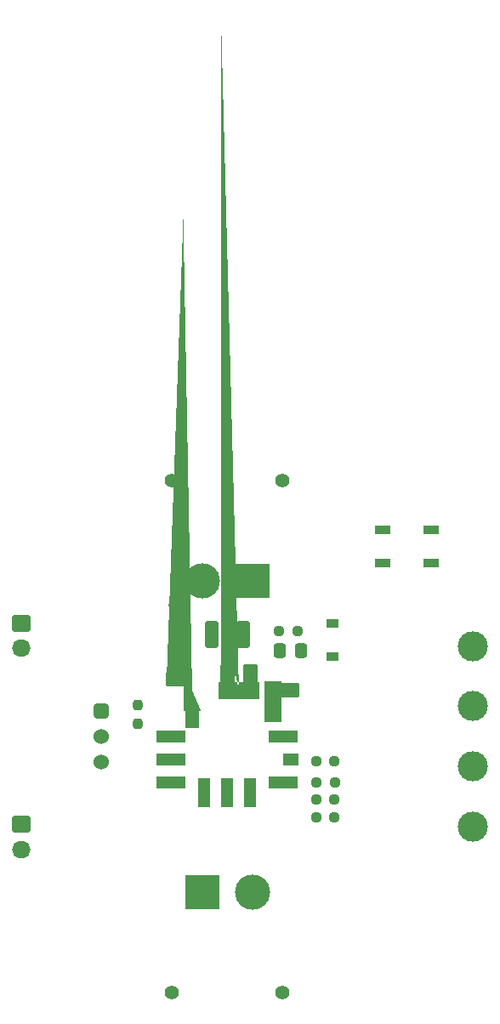
<source format=gbr>
G04 #@! TF.GenerationSoftware,KiCad,Pcbnew,(6.0.7)*
G04 #@! TF.CreationDate,2023-09-14T07:07:10+09:00*
G04 #@! TF.ProjectId,StepDown,53746570-446f-4776-9e2e-6b696361645f,rev?*
G04 #@! TF.SameCoordinates,Original*
G04 #@! TF.FileFunction,Soldermask,Top*
G04 #@! TF.FilePolarity,Negative*
%FSLAX46Y46*%
G04 Gerber Fmt 4.6, Leading zero omitted, Abs format (unit mm)*
G04 Created by KiCad (PCBNEW (6.0.7)) date 2023-09-14 07:07:10*
%MOMM*%
%LPD*%
G01*
G04 APERTURE LIST*
G04 Aperture macros list*
%AMRoundRect*
0 Rectangle with rounded corners*
0 $1 Rounding radius*
0 $2 $3 $4 $5 $6 $7 $8 $9 X,Y pos of 4 corners*
0 Add a 4 corners polygon primitive as box body*
4,1,4,$2,$3,$4,$5,$6,$7,$8,$9,$2,$3,0*
0 Add four circle primitives for the rounded corners*
1,1,$1+$1,$2,$3*
1,1,$1+$1,$4,$5*
1,1,$1+$1,$6,$7*
1,1,$1+$1,$8,$9*
0 Add four rect primitives between the rounded corners*
20,1,$1+$1,$2,$3,$4,$5,0*
20,1,$1+$1,$4,$5,$6,$7,0*
20,1,$1+$1,$6,$7,$8,$9,0*
20,1,$1+$1,$8,$9,$2,$3,0*%
%AMFreePoly0*
4,1,53,0.885000,-2.035000,0.700000,-2.035000,0.700000,-3.665000,0.695106,-3.680063,0.695106,-3.695902,0.685796,-3.708716,0.680902,-3.723779,0.668089,-3.733089,0.658779,-3.745902,0.643716,-3.750796,0.630902,-3.760106,0.615063,-3.760106,0.600000,-3.765000,-0.600000,-3.765000,-0.615063,-3.760106,-0.630902,-3.760106,-0.643716,-3.750796,-0.658779,-3.745902,-0.668089,-3.733089,-0.680902,-3.723779,
-0.685796,-3.708716,-0.695106,-3.695902,-0.695106,-3.680063,-0.700000,-3.665000,-0.700000,-2.035000,-0.885000,-2.035000,-0.885000,0.450000,-2.515000,0.450000,-2.530063,0.454894,-2.545902,0.454894,-2.558716,0.464204,-2.573779,0.469098,-2.583089,0.481911,-2.595902,0.491221,-2.600796,0.506284,-2.610106,0.519098,-2.610106,0.534937,-2.615000,0.550000,-2.615000,1.750000,-2.610106,1.765063,
-2.610106,1.780902,-2.600796,1.793716,-2.595902,1.808779,-2.583089,1.818089,-2.573779,1.830902,-2.558716,1.835796,-2.545902,1.845106,-2.530063,1.845106,-2.515000,1.850000,-0.885000,1.850000,-0.885000,2.035000,0.885000,2.035000,0.885000,-2.035000,0.885000,-2.035000,$1*%
%AMFreePoly1*
4,1,53,-0.534937,2.610106,-0.519098,2.610106,-0.506284,2.600796,-0.491221,2.595902,-0.481911,2.583089,-0.469098,2.573779,-0.464204,2.558716,-0.454894,2.545902,-0.454894,2.530063,-0.450000,2.515000,-0.450000,0.885000,0.450000,0.885000,0.450000,2.515000,0.454894,2.530063,0.454894,2.545902,0.464204,2.558716,0.469098,2.573779,0.481911,2.583089,0.491221,2.595902,0.506284,2.600796,
0.519098,2.610106,0.534937,2.610106,0.550000,2.615000,1.750000,2.615000,1.765063,2.610106,1.780902,2.610106,1.793716,2.600796,1.808779,2.595902,1.818089,2.583089,1.830902,2.573779,1.835796,2.558716,1.845106,2.545902,1.845106,2.530063,1.850000,2.515000,1.850000,0.885000,2.035000,0.885000,2.035000,-0.885000,-2.035000,-0.885000,-2.035000,0.885000,-1.850000,0.885000,
-1.850000,2.515000,-1.845106,2.530063,-1.845106,2.545902,-1.835796,2.558716,-1.830902,2.573779,-1.818089,2.583089,-1.808779,2.595902,-1.793716,2.600796,-1.780902,2.610106,-1.765063,2.610106,-1.750000,2.615000,-0.550000,2.615000,-0.534937,2.610106,-0.534937,2.610106,$1*%
%AMFreePoly2*
4,1,29,0.885000,1.850000,2.515000,1.850000,2.530063,1.845106,2.545902,1.845106,2.558716,1.835796,2.573779,1.830902,2.583089,1.818089,2.595902,1.808779,2.600796,1.793716,2.610106,1.780902,2.610106,1.765063,2.615000,1.750000,2.615000,0.550000,2.610106,0.534937,2.610106,0.519098,2.600796,0.506284,2.595902,0.491221,2.583089,0.481911,2.573779,0.469098,2.558716,0.464204,
2.545902,0.454894,2.530063,0.454894,2.515000,0.450000,0.885000,0.450000,0.885000,-2.035000,-0.885000,-2.035000,-0.885000,2.035000,0.885000,2.035000,0.885000,1.850000,0.885000,1.850000,$1*%
G04 Aperture macros list end*
%ADD10C,1.400000*%
%ADD11R,3.500000X3.500000*%
%ADD12C,3.500000*%
%ADD13C,3.000000*%
%ADD14RoundRect,0.237500X-0.237500X0.250000X-0.237500X-0.250000X0.237500X-0.250000X0.237500X0.250000X0*%
%ADD15RoundRect,0.250000X-0.412500X-1.100000X0.412500X-1.100000X0.412500X1.100000X-0.412500X1.100000X0*%
%ADD16RoundRect,0.250000X0.337500X0.475000X-0.337500X0.475000X-0.337500X-0.475000X0.337500X-0.475000X0*%
%ADD17RoundRect,0.250000X-0.675000X0.600000X-0.675000X-0.600000X0.675000X-0.600000X0.675000X0.600000X0*%
%ADD18O,1.850000X1.700000*%
%ADD19RoundRect,0.237500X-0.250000X-0.237500X0.250000X-0.237500X0.250000X0.237500X-0.250000X0.237500X0*%
%ADD20RoundRect,0.381000X-0.381000X-0.381000X0.381000X-0.381000X0.381000X0.381000X-0.381000X0.381000X0*%
%ADD21C,1.524000*%
%ADD22RoundRect,0.237500X0.250000X0.237500X-0.250000X0.237500X-0.250000X-0.237500X0.250000X-0.237500X0*%
%ADD23R,1.200000X0.900000*%
%ADD24R,3.000000X1.200000*%
%ADD25FreePoly0,270.000000*%
%ADD26FreePoly1,0.000000*%
%ADD27FreePoly2,0.000000*%
%ADD28R,1.200000X3.000000*%
%ADD29R,1.500000X1.200000*%
%ADD30R,1.500000X0.900000*%
G04 APERTURE END LIST*
D10*
G04 #@! TO.C,J2*
X119000000Y-125500000D03*
X130000000Y-125500000D03*
D11*
X122000000Y-115500000D03*
D12*
X127000000Y-115500000D03*
G04 #@! TD*
D13*
G04 #@! TO.C,H1*
X149000000Y-91000000D03*
G04 #@! TD*
D14*
G04 #@! TO.C,R1*
X115570000Y-96877500D03*
X115570000Y-98702500D03*
G04 #@! TD*
D15*
G04 #@! TO.C,C1*
X122943853Y-89885363D03*
X126068853Y-89885363D03*
G04 #@! TD*
D10*
G04 #@! TO.C,J1*
X130000000Y-74500000D03*
X119000000Y-74500000D03*
D11*
X127000000Y-84500000D03*
D12*
X122000000Y-84500000D03*
G04 #@! TD*
D16*
G04 #@! TO.C,C2*
X131847500Y-91440000D03*
X129772500Y-91440000D03*
G04 #@! TD*
D13*
G04 #@! TO.C,H2*
X149000000Y-97000000D03*
G04 #@! TD*
D17*
G04 #@! TO.C,J4*
X104000000Y-88730000D03*
D18*
X104000000Y-91230000D03*
G04 #@! TD*
D19*
G04 #@! TO.C,R4*
X133373226Y-106309210D03*
X135198226Y-106309210D03*
G04 #@! TD*
D17*
G04 #@! TO.C,J3*
X104000000Y-108730000D03*
D18*
X104000000Y-111230000D03*
G04 #@! TD*
D13*
G04 #@! TO.C,H4*
X149000000Y-109000000D03*
G04 #@! TD*
D20*
G04 #@! TO.C,SW1*
X112000000Y-97460000D03*
D21*
X112000000Y-100000000D03*
X112000000Y-102540000D03*
G04 #@! TD*
D22*
G04 #@! TO.C,R2*
X135192937Y-102434756D03*
X133367937Y-102434756D03*
G04 #@! TD*
D19*
G04 #@! TO.C,R5*
X133346356Y-108044322D03*
X135171356Y-108044322D03*
G04 #@! TD*
D23*
G04 #@! TO.C,D1*
X134985961Y-88713846D03*
X134985961Y-92013846D03*
G04 #@! TD*
D24*
G04 #@! TO.C,MD1*
X118900000Y-100000000D03*
D25*
X121065000Y-95415000D03*
D26*
X125645000Y-95415000D03*
D27*
X129085000Y-96565000D03*
D24*
X130100000Y-100000000D03*
X130100000Y-104580000D03*
D28*
X124500000Y-105600000D03*
X122210000Y-105600000D03*
D24*
X118900000Y-104580000D03*
X118900000Y-102290000D03*
D29*
X130850000Y-102290000D03*
D28*
X126790000Y-105600000D03*
G04 #@! TD*
D30*
G04 #@! TO.C,D2*
X139950000Y-79470000D03*
X139950000Y-82770000D03*
X144850000Y-82770000D03*
X144850000Y-79470000D03*
G04 #@! TD*
D19*
G04 #@! TO.C,R6*
X129661592Y-89489604D03*
X131486592Y-89489604D03*
G04 #@! TD*
G04 #@! TO.C,R3*
X133385803Y-104557737D03*
X135210803Y-104557737D03*
G04 #@! TD*
D13*
G04 #@! TO.C,H3*
X149000000Y-103000000D03*
G04 #@! TD*
M02*

</source>
